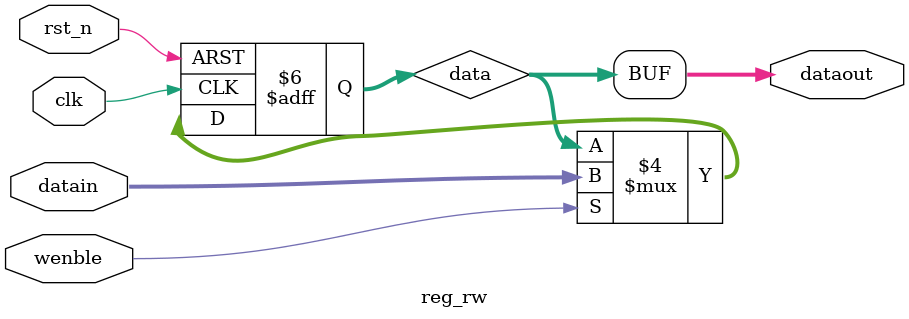
<source format=v>
/*
 * *****************************************************************
 * File: reg_rw.v
 * Project: xxx
 * File Created: 2018/11/25 06:54
 * Author: AAM ( aam.you@gmail.com )
 * *****
 * Last Modified: 2018/11/25 07:01
 * Modified By: AAM ( aam.you@gmail.com )
 * *****
 * Copyright 2018 - 2018  Project xxx
 * *****************************************************************
 * Description:
 *    R/W レジスタ
 * *****************************************************************
 * HISTORY:
 * Date      	By    	Comments
 * ----------	------	--------------------------------------------
 * 2018/11/25	AAM     First Version
 * *****************************************************************
 */

module reg_rw (
    clk, rst_n,
    wenble,
    datain, dataout
    );

    parameter XLEN = 32;
    parameter INIVAL = {XLEN{1'b0}};

    input   clk;                    // Clock
    input   rst_n;                  // Reset
    input   wenble;                 // データ書き込み
    input   [XLEN-1:0] datain;      // 入力データ
    output  [XLEN-1:0] dataout;     // 出力データ

    reg     [XLEN-1:0] data;        // 値を保持するデータレジスタ

    always @(posedge clk or negedge rst_n) begin
        if(~rst_n)
            data <= INIVAL;
        else if(wenble)
            data <= datain;
        else
            data <= data;
    end

    assign dataout = data;

endmodule // reg_rw

</source>
